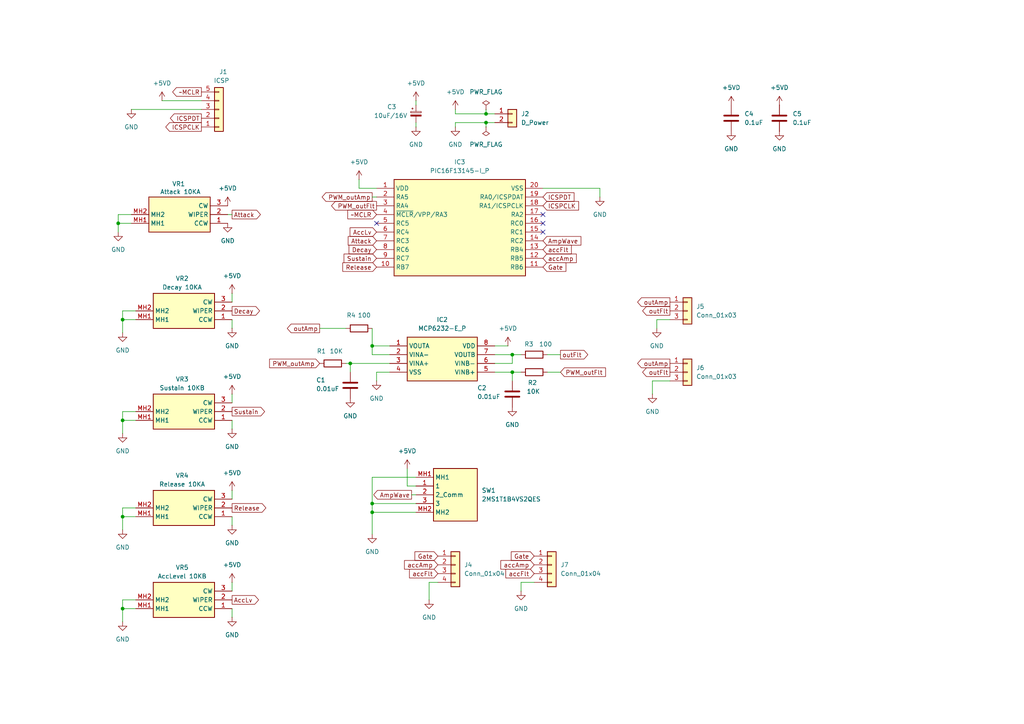
<source format=kicad_sch>
(kicad_sch (version 20231120) (generator "eeschema") (generator_version "8.0")
  (paper "A4")
  (lib_symbols
    (symbol "Connector_Generic:Conn_01x02" (pin_names (offset 1.016) hide)
      (property "Reference" "J" (at 0 2.54 0))
      (property "Value" "Conn_01x02" (at 0 -5.08 0))
      (symbol "Conn_01x02_1_1"
        (rectangle (start -1.27 -2.413) (end 0 -2.667) (stroke (width 0.1524)))
        (rectangle (start -1.27 0.127) (end 0 -0.127) (stroke (width 0.1524)))
        (rectangle (start -1.27 1.27) (end 1.27 -3.81) (stroke (width 0.254)) (fill (type background)))
        (pin passive line (at -5.08 0 0) (length 3.81) (name "Pin_1") (number "1"))
        (pin passive line (at -5.08 -2.54 0) (length 3.81) (name "Pin_2") (number "2"))
      )
    )
    (symbol "Connector_Generic:Conn_01x03" (pin_names (offset 1.016) hide)
      (property "Reference" "J" (at 0 5.08 0))
      (property "Value" "Conn_01x03" (at 0 -5.08 0))
      (symbol "Conn_01x03_1_1"
        (rectangle (start -1.27 -2.413) (end 0 -2.667) (stroke (width 0.1524)))
        (rectangle (start -1.27 0.127) (end 0 -0.127) (stroke (width 0.1524)))
        (rectangle (start -1.27 2.667) (end 0 2.413) (stroke (width 0.1524)))
        (rectangle (start -1.27 3.81) (end 1.27 -3.81) (stroke (width 0.254)) (fill (type background)))
        (pin passive line (at -5.08 2.54 0) (length 3.81) (name "Pin_1") (number "1"))
        (pin passive line (at -5.08 0 0) (length 3.81) (name "Pin_2") (number "2"))
        (pin passive line (at -5.08 -2.54 0) (length 3.81) (name "Pin_3") (number "3"))
      )
    )
    (symbol "Connector_Generic:Conn_01x04" (pin_names (offset 1.016) hide)
      (property "Reference" "J" (at 0 5.08 0))
      (property "Value" "Conn_01x04" (at 0 -7.62 0))
      (symbol "Conn_01x04_1_1"
        (rectangle (start -1.27 -4.953) (end 0 -5.207) (stroke (width 0.1524)))
        (rectangle (start -1.27 -2.413) (end 0 -2.667) (stroke (width 0.1524)))
        (rectangle (start -1.27 0.127) (end 0 -0.127) (stroke (width 0.1524)))
        (rectangle (start -1.27 2.667) (end 0 2.413) (stroke (width 0.1524)))
        (rectangle (start -1.27 3.81) (end 1.27 -6.35) (stroke (width 0.254)) (fill (type background)))
        (pin passive line (at -5.08 2.54 0) (length 3.81) (name "Pin_1") (number "1"))
        (pin passive line (at -5.08 0 0) (length 3.81) (name "Pin_2") (number "2"))
        (pin passive line (at -5.08 -2.54 0) (length 3.81) (name "Pin_3") (number "3"))
        (pin passive line (at -5.08 -5.08 0) (length 3.81) (name "Pin_4") (number "4"))
      )
    )
    (symbol "Connector_Generic:Conn_01x05" (pin_names (offset 1.016) hide)
      (property "Reference" "J" (at 0 7.62 0))
      (property "Value" "Conn_01x05" (at 0 -7.62 0))
      (symbol "Conn_01x05_1_1"
        (rectangle (start -1.27 -4.953) (end 0 -5.207) (stroke (width 0.1524)))
        (rectangle (start -1.27 -2.413) (end 0 -2.667) (stroke (width 0.1524)))
        (rectangle (start -1.27 0.127) (end 0 -0.127) (stroke (width 0.1524)))
        (rectangle (start -1.27 2.667) (end 0 2.413) (stroke (width 0.1524)))
        (rectangle (start -1.27 5.207) (end 0 4.953) (stroke (width 0.1524)))
        (rectangle (start -1.27 6.35) (end 1.27 -6.35) (stroke (width 0.254)) (fill (type background)))
        (pin passive line (at -5.08 5.08 0) (length 3.81) (name "Pin_1") (number "1"))
        (pin passive line (at -5.08 2.54 0) (length 3.81) (name "Pin_2") (number "2"))
        (pin passive line (at -5.08 0 0) (length 3.81) (name "Pin_3") (number "3"))
        (pin passive line (at -5.08 -2.54 0) (length 3.81) (name "Pin_4") (number "4"))
        (pin passive line (at -5.08 -5.08 0) (length 3.81) (name "Pin_5") (number "5"))
      )
    )
    (symbol "Device:C" (pin_numbers hide) (pin_names (offset 0.254))
      (property "Reference" "C" (at 0.635 2.54 0))
      (property "Value" "C" (at 0.635 -2.54 0))
      (symbol "C_0_1"
        (polyline (pts (xy -2.032 -0.762) (xy 2.032 -0.762)) (stroke (width 0.508)))
        (polyline (pts (xy -2.032 0.762) (xy 2.032 0.762)) (stroke (width 0.508)))
      )
      (symbol "C_1_1"
        (pin passive line (at 0 3.81 270) (length 2.794) (name "~") (number "1"))
        (pin passive line (at 0 -3.81 90) (length 2.794) (name "~") (number "2"))
      )
    )
    (symbol "Device:C_Polarized_Small" (pin_numbers hide) (pin_names (offset 0.254) hide)
      (property "Reference" "C" (at 0.254 1.778 0))
      (property "Value" "C_Polarized_Small" (at 0.254 -2.032 0))
      (symbol "C_Polarized_Small_0_1"
        (rectangle (start -1.524 -0.3048) (end 1.524 -0.6858) (fill (type outline)))
        (rectangle (start -1.524 0.6858) (end 1.524 0.3048))
        (polyline (pts (xy -1.27 1.524) (xy -0.762 1.524)))
        (polyline (pts (xy -1.016 1.27) (xy -1.016 1.778)))
      )
      (symbol "C_Polarized_Small_1_1"
        (pin passive line (at 0 2.54 270) (length 1.8542) (name "~") (number "1"))
        (pin passive line (at 0 -2.54 90) (length 1.8542) (name "~") (number "2"))
      )
    )
    (symbol "Device:R" (pin_numbers hide) (pin_names (offset 0))
      (property "Reference" "R" (at 2.032 0 90))
      (property "Value" "R" (at 0 0 90))
      (symbol "R_0_1"
        (rectangle (start -1.016 -2.54) (end 1.016 2.54) (stroke (width 0.254)))
      )
      (symbol "R_1_1"
        (pin passive line (at 0 3.81 270) (length 1.27) (name "~") (number "1"))
        (pin passive line (at 0 -3.81 90) (length 1.27) (name "~") (number "2"))
      )
    )
    (symbol "SamacSys_Parts:2MS1T1B4VS2QES"
      (property "Reference" "IC" (at 19.05 7.62 0))
      (property "Value" "2MS1T1B4VS2QES" (at 19.05 5.08 0))
      (symbol "2MS1T1B4VS2QES_1_1"
        (rectangle (start 5.08 2.54) (end 17.78 -12.7) (stroke (width 0.254)) (fill (type background)))
        (pin passive line (at 0 -2.54 0) (length 5.08) (name "1") (number "1"))
        (pin passive line (at 0 -5.08 0) (length 5.08) (name "2_Comm") (number "2"))
        (pin passive line (at 0 -7.62 0) (length 5.08) (name "3") (number "3"))
        (pin passive line (at 0 0 0) (length 5.08) (name "MH1") (number "MH1"))
        (pin passive line (at 0 -10.16 0) (length 5.08) (name "MH2") (number "MH2"))
      )
    )
    (symbol "SamacSys_Parts:MCP6232-E_P"
      (property "Reference" "IC" (at 26.67 7.62 0))
      (property "Value" "MCP6232-E_P" (at 26.67 5.08 0))
      (symbol "MCP6232-E_P_1_1"
        (rectangle (start 5.08 2.54) (end 25.4 -10.16) (stroke (width 0.254)) (fill (type background)))
        (pin passive line (at 0 0 0) (length 5.08) (name "VOUTA") (number "1"))
        (pin passive line (at 0 -2.54 0) (length 5.08) (name "VINA-") (number "2"))
        (pin passive line (at 0 -5.08 0) (length 5.08) (name "VINA+") (number "3"))
        (pin passive line (at 0 -7.62 0) (length 5.08) (name "VSS") (number "4"))
        (pin passive line (at 30.48 -7.62 180) (length 5.08) (name "VINB+") (number "5"))
        (pin passive line (at 30.48 -5.08 180) (length 5.08) (name "VINB-") (number "6"))
        (pin passive line (at 30.48 -2.54 180) (length 5.08) (name "VOUTB") (number "7"))
        (pin passive line (at 30.48 0 180) (length 5.08) (name "VDD") (number "8"))
      )
    )
    (symbol "SamacSys_Parts:PIC16F13145-I_P"
      (property "Reference" "IC" (at 44.45 7.62 0))
      (property "Value" "PIC16F13145-I_P" (at 44.45 5.08 0))
      (symbol "PIC16F13145-I_P_1_1"
        (rectangle (start 5.08 2.54) (end 43.18 -25.4) (stroke (width 0.254)) (fill (type background)))
        (pin passive line (at 0 0 0) (length 5.08) (name "VDD") (number "1"))
        (pin passive line (at 0 -22.86 0) (length 5.08) (name "RB7") (number "10"))
        (pin passive line (at 48.26 -22.86 180) (length 5.08) (name "RB6") (number "11"))
        (pin passive line (at 48.26 -20.32 180) (length 5.08) (name "RB5") (number "12"))
        (pin passive line (at 48.26 -17.78 180) (length 5.08) (name "RB4") (number "13"))
        (pin passive line (at 48.26 -15.24 180) (length 5.08) (name "RC2") (number "14"))
        (pin passive line (at 48.26 -12.7 180) (length 5.08) (name "RC1") (number "15"))
        (pin passive line (at 48.26 -10.16 180) (length 5.08) (name "RC0") (number "16"))
        (pin passive line (at 48.26 -7.62 180) (length 5.08) (name "RA2") (number "17"))
        (pin passive line (at 48.26 -5.08 180) (length 5.08) (name "RA1/ICSPCLK") (number "18"))
        (pin passive line (at 48.26 -2.54 180) (length 5.08) (name "RA0/ICSPDAT") (number "19"))
        (pin passive line (at 0 -2.54 0) (length 5.08) (name "RA5") (number "2"))
        (pin passive line (at 48.26 0 180) (length 5.08) (name "VSS") (number "20"))
        (pin passive line (at 0 -5.08 0) (length 5.08) (name "RA4") (number "3"))
        (pin passive line (at 0 -7.62 0) (length 5.08) (name "~{MCLR}/VPP/RA3") (number "4"))
        (pin passive line (at 0 -10.16 0) (length 5.08) (name "RC5") (number "5"))
        (pin passive line (at 0 -12.7 0) (length 5.08) (name "RC4") (number "6"))
        (pin passive line (at 0 -15.24 0) (length 5.08) (name "RC3") (number "7"))
        (pin passive line (at 0 -17.78 0) (length 5.08) (name "RC6") (number "8"))
        (pin passive line (at 0 -20.32 0) (length 5.08) (name "RC7") (number "9"))
      )
    )
    (symbol "SamacSys_Parts:RK09D117000B"
      (property "Reference" "VR" (at 24.13 7.62 0))
      (property "Value" "RK09D117000B" (at 24.13 5.08 0))
      (symbol "RK09D117000B_1_1"
        (rectangle (start 5.08 2.54) (end 22.86 -7.62) (stroke (width 0.254)) (fill (type background)))
        (pin passive line (at 0 0 0) (length 5.08) (name "CCW") (number "1"))
        (pin passive line (at 0 -2.54 0) (length 5.08) (name "WIPER") (number "2"))
        (pin passive line (at 0 -5.08 0) (length 5.08) (name "CW") (number "3"))
        (pin passive line (at 27.94 0 180) (length 5.08) (name "MH1") (number "MH1"))
        (pin passive line (at 27.94 -2.54 180) (length 5.08) (name "MH2") (number "MH2"))
      )
    )
    (symbol "power:+5VD" (power) (pin_numbers hide) (pin_names (offset 0) hide)
      (property "Value" "+5VD" (at 0 3.556 0))
      (symbol "+5VD_0_1"
        (polyline (pts (xy -0.762 1.27) (xy 0 2.54)))
        (polyline (pts (xy 0 0) (xy 0 2.54)))
        (polyline (pts (xy 0 2.54) (xy 0.762 1.27)))
      )
      (symbol "+5VD_1_1"
        (pin power_in line (at 0 0 90) (length 0) (name "~") (number "1"))
      )
    )
    (symbol "power:GND" (power) (pin_numbers hide) (pin_names (offset 0) hide)
      (property "Value" "GND" (at 0 -3.81 0))
      (symbol "GND_0_1"
        (polyline (pts (xy 0 0) (xy 0 -1.27) (xy 1.27 -1.27) (xy 0 -2.54) (xy -1.27 -1.27) (xy 0 -1.27)))
      )
      (symbol "GND_1_1"
        (pin power_in line (at 0 0 270) (length 0) (name "~") (number "1"))
      )
    )
    (symbol "power:PWR_FLAG" (power) (pin_numbers hide) (pin_names (offset 0) hide)
      (property "Value" "PWR_FLAG" (at 0 3.81 0))
      (symbol "PWR_FLAG_0_0"
        (pin power_out line (at 0 0 90) (length 0) (name "~") (number "1"))
      )
      (symbol "PWR_FLAG_0_1"
        (polyline (pts (xy 0 0) (xy 0 1.27) (xy -1.016 1.905) (xy 0 2.54) (xy 1.016 1.905) (xy 0 1.27)))
      )
    )
  )
  (junction (at 34.29 64.77))
  (junction (at 35.56 176.53))
  (junction (at 140.97 33.02))
  (junction (at 35.56 149.86))
  (junction (at 107.95 100.33))
  (junction (at 140.97 35.56))
  (junction (at 148.59 107.95))
  (junction (at 148.59 102.87))
  (junction (at 35.56 92.71))
  (junction (at 107.95 146.05))
  (junction (at 35.56 121.92))
  (junction (at 107.95 148.59))
  (junction (at 101.6 105.41))
  (no_connect (at 157.48 62.23))
  (no_connect (at 157.48 67.31))
  (no_connect (at 109.22 64.77))
  (no_connect (at 157.48 64.77))
  (wire (pts (xy 162.56 107.95) (xy 158.75 107.95)))
  (wire (pts (xy 39.37 176.53) (xy 35.56 176.53)))
  (wire (pts (xy 119.38 143.51) (xy 120.65 143.51)))
  (wire (pts (xy 35.56 119.38) (xy 35.56 121.92)))
  (wire (pts (xy 151.13 102.87) (xy 148.59 102.87)))
  (wire (pts (xy 140.97 35.56) (xy 132.08 35.56)))
  (wire (pts (xy 113.03 102.87) (xy 107.95 102.87)))
  (wire (pts (xy 107.95 100.33) (xy 113.03 100.33)))
  (wire (pts (xy 173.99 57.15) (xy 173.99 54.61)))
  (wire (pts (xy 100.33 105.41) (xy 101.6 105.41)))
  (wire (pts (xy 132.08 33.02) (xy 132.08 31.75)))
  (wire (pts (xy 101.6 105.41) (xy 113.03 105.41)))
  (wire (pts (xy 132.08 35.56) (xy 132.08 36.83)))
  (wire (pts (xy 107.95 146.05) (xy 107.95 148.59)))
  (wire (pts (xy 148.59 102.87) (xy 143.51 102.87)))
  (wire (pts (xy 124.46 168.91) (xy 127 168.91)))
  (wire (pts (xy 190.5 92.71) (xy 194.31 92.71)))
  (wire (pts (xy 39.37 147.32) (xy 35.56 147.32)))
  (wire (pts (xy 143.51 105.41) (xy 148.59 105.41)))
  (wire (pts (xy 190.5 92.71) (xy 190.5 95.25)))
  (wire (pts (xy 148.59 107.95) (xy 148.59 110.49)))
  (wire (pts (xy 189.23 110.49) (xy 189.23 114.3)))
  (wire (pts (xy 39.37 121.92) (xy 35.56 121.92)))
  (wire (pts (xy 162.56 102.87) (xy 158.75 102.87)))
  (wire (pts (xy 35.56 176.53) (xy 35.56 180.34)))
  (wire (pts (xy 109.22 54.61) (xy 104.14 54.61)))
  (wire (pts (xy 67.31 142.24) (xy 67.31 144.78)))
  (wire (pts (xy 140.97 36.83) (xy 140.97 35.56)))
  (wire (pts (xy 39.37 173.99) (xy 35.56 173.99)))
  (wire (pts (xy 124.46 173.99) (xy 124.46 168.91)))
  (wire (pts (xy 107.95 102.87) (xy 107.95 100.33)))
  (wire (pts (xy 39.37 149.86) (xy 35.56 149.86)))
  (wire (pts (xy 143.51 33.02) (xy 140.97 33.02)))
  (wire (pts (xy 39.37 92.71) (xy 35.56 92.71)))
  (wire (pts (xy 34.29 62.23) (xy 34.29 64.77)))
  (wire (pts (xy 38.1 64.77) (xy 34.29 64.77)))
  (wire (pts (xy 35.56 121.92) (xy 35.56 125.73)))
  (wire (pts (xy 67.31 85.09) (xy 67.31 87.63)))
  (wire (pts (xy 67.31 92.71) (xy 67.31 95.25)))
  (wire (pts (xy 107.95 146.05) (xy 120.65 146.05)))
  (wire (pts (xy 107.95 138.43) (xy 107.95 146.05)))
  (wire (pts (xy 35.56 147.32) (xy 35.56 149.86)))
  (wire (pts (xy 120.65 140.97) (xy 118.11 140.97)))
  (wire (pts (xy 107.95 95.25) (xy 107.95 100.33)))
  (wire (pts (xy 143.51 100.33) (xy 147.32 100.33)))
  (wire (pts (xy 140.97 33.02) (xy 132.08 33.02)))
  (wire (pts (xy 107.95 138.43) (xy 120.65 138.43)))
  (wire (pts (xy 101.6 105.41) (xy 101.6 107.95)))
  (wire (pts (xy 38.1 62.23) (xy 34.29 62.23)))
  (wire (pts (xy 148.59 107.95) (xy 151.13 107.95)))
  (wire (pts (xy 109.22 107.95) (xy 109.22 110.49)))
  (wire (pts (xy 120.65 36.83) (xy 120.65 35.56)))
  (wire (pts (xy 46.99 29.21) (xy 58.42 29.21)))
  (wire (pts (xy 67.31 168.91) (xy 67.31 171.45)))
  (wire (pts (xy 151.13 171.45) (xy 151.13 168.91)))
  (wire (pts (xy 140.97 31.75) (xy 140.97 33.02)))
  (wire (pts (xy 39.37 90.17) (xy 35.56 90.17)))
  (wire (pts (xy 118.11 140.97) (xy 118.11 135.89)))
  (wire (pts (xy 35.56 92.71) (xy 35.56 96.52)))
  (wire (pts (xy 109.22 57.15) (xy 107.95 57.15)))
  (wire (pts (xy 194.31 110.49) (xy 189.23 110.49)))
  (wire (pts (xy 38.1 31.75) (xy 58.42 31.75)))
  (wire (pts (xy 67.31 62.23) (xy 66.04 62.23)))
  (wire (pts (xy 35.56 149.86) (xy 35.56 153.67)))
  (wire (pts (xy 143.51 35.56) (xy 140.97 35.56)))
  (wire (pts (xy 92.71 95.25) (xy 100.33 95.25)))
  (wire (pts (xy 151.13 168.91) (xy 154.94 168.91)))
  (wire (pts (xy 67.31 149.86) (xy 67.31 152.4)))
  (wire (pts (xy 67.31 114.3) (xy 67.31 116.84)))
  (wire (pts (xy 157.48 54.61) (xy 173.99 54.61)))
  (wire (pts (xy 35.56 173.99) (xy 35.56 176.53)))
  (wire (pts (xy 34.29 64.77) (xy 34.29 67.31)))
  (wire (pts (xy 67.31 121.92) (xy 67.31 124.46)))
  (wire (pts (xy 67.31 176.53) (xy 67.31 179.07)))
  (wire (pts (xy 148.59 105.41) (xy 148.59 102.87)))
  (wire (pts (xy 104.14 54.61) (xy 104.14 52.07)))
  (wire (pts (xy 35.56 90.17) (xy 35.56 92.71)))
  (wire (pts (xy 143.51 107.95) (xy 148.59 107.95)))
  (wire (pts (xy 107.95 148.59) (xy 120.65 148.59)))
  (wire (pts (xy 120.65 29.21) (xy 120.65 30.48)))
  (wire (pts (xy 113.03 107.95) (xy 109.22 107.95)))
  (wire (pts (xy 107.95 148.59) (xy 107.95 154.94)))
  (wire (pts (xy 39.37 119.38) (xy 35.56 119.38)))
  (global_label "ICSPCLK" (shape output) (at 58.42 36.83 180) (property "Intersheetrefs" "${INTERSHEET_REFS}" (effects (hide yes))))
  (global_label "PWM_outAmp" (shape output) (at 107.95 57.15 180) (property "Intersheetrefs" "${INTERSHEET_REFS}" (effects (hide yes))))
  (global_label "Decay" (shape output) (at 67.31 90.17 0) (property "Intersheetrefs" "${INTERSHEET_REFS}" (effects (hide yes))))
  (global_label "outFlt" (shape output) (at 194.31 90.17 180) (property "Intersheetrefs" "${INTERSHEET_REFS}" (effects (hide yes))))
  (global_label "AmpWave" (shape input) (at 157.48 69.85 0) (property "Intersheetrefs" "${INTERSHEET_REFS}" (effects (hide yes))))
  (global_label "~MCLR" (shape output) (at 58.42 26.67 180) (property "Intersheetrefs" "${INTERSHEET_REFS}" (effects (hide yes))))
  (global_label "Gate" (shape input) (at 157.48 77.47 0) (property "Intersheetrefs" "${INTERSHEET_REFS}" (effects (hide yes))))
  (global_label "AccLv" (shape input) (at 109.22 67.31 180) (property "Intersheetrefs" "${INTERSHEET_REFS}" (effects (hide yes))))
  (global_label "AmpWave" (shape output) (at 119.38 143.51 180) (property "Intersheetrefs" "${INTERSHEET_REFS}" (effects (hide yes))))
  (global_label "Decay" (shape input) (at 109.22 72.39 180) (property "Intersheetrefs" "${INTERSHEET_REFS}" (effects (hide yes))))
  (global_label "PWM_outFlt" (shape input) (at 162.56 107.95 0) (property "Intersheetrefs" "${INTERSHEET_REFS}" (effects (hide yes))))
  (global_label "accFlt" (shape input) (at 127 166.37 180) (property "Intersheetrefs" "${INTERSHEET_REFS}" (effects (hide yes))))
  (global_label "PWM_outAmp" (shape input) (at 92.71 105.41 180) (property "Intersheetrefs" "${INTERSHEET_REFS}" (effects (hide yes))))
  (global_label "Release" (shape input) (at 109.22 77.47 180) (property "Intersheetrefs" "${INTERSHEET_REFS}" (effects (hide yes))))
  (global_label "outAmp" (shape output) (at 92.71 95.25 180) (property "Intersheetrefs" "${INTERSHEET_REFS}" (effects (hide yes))))
  (global_label "outFlt" (shape output) (at 162.56 102.87 0) (property "Intersheetrefs" "${INTERSHEET_REFS}" (effects (hide yes))))
  (global_label "ICSPCLK" (shape input) (at 157.48 59.69 0) (property "Intersheetrefs" "${INTERSHEET_REFS}" (effects (hide yes))))
  (global_label "Gate" (shape input) (at 127 161.29 180) (property "Intersheetrefs" "${INTERSHEET_REFS}" (effects (hide yes))))
  (global_label "Gate" (shape input) (at 154.94 161.29 180) (property "Intersheetrefs" "${INTERSHEET_REFS}" (effects (hide yes))))
  (global_label "outAmp" (shape output) (at 194.31 105.41 180) (property "Intersheetrefs" "${INTERSHEET_REFS}" (effects (hide yes))))
  (global_label "accFlt" (shape input) (at 154.94 166.37 180) (property "Intersheetrefs" "${INTERSHEET_REFS}" (effects (hide yes))))
  (global_label "PWM_outFlt" (shape output) (at 109.22 59.69 180) (property "Intersheetrefs" "${INTERSHEET_REFS}" (effects (hide yes))))
  (global_label "accAmp" (shape input) (at 154.94 163.83 180) (property "Intersheetrefs" "${INTERSHEET_REFS}" (effects (hide yes))))
  (global_label "Release" (shape output) (at 67.31 147.32 0) (property "Intersheetrefs" "${INTERSHEET_REFS}" (effects (hide yes))))
  (global_label "~MCLR" (shape input) (at 109.22 62.23 180) (property "Intersheetrefs" "${INTERSHEET_REFS}" (effects (hide yes))))
  (global_label "AccLv" (shape output) (at 67.31 173.99 0) (property "Intersheetrefs" "${INTERSHEET_REFS}" (effects (hide yes))))
  (global_label "accAmp" (shape input) (at 157.48 74.93 0) (property "Intersheetrefs" "${INTERSHEET_REFS}" (effects (hide yes))))
  (global_label "accFlt" (shape input) (at 157.48 72.39 0) (property "Intersheetrefs" "${INTERSHEET_REFS}" (effects (hide yes))))
  (global_label "accAmp" (shape input) (at 127 163.83 180) (property "Intersheetrefs" "${INTERSHEET_REFS}" (effects (hide yes))))
  (global_label "Attack" (shape input) (at 109.22 69.85 180) (property "Intersheetrefs" "${INTERSHEET_REFS}" (effects (hide yes))))
  (global_label "ICSPDT" (shape input) (at 157.48 57.15 0) (property "Intersheetrefs" "${INTERSHEET_REFS}" (effects (hide yes))))
  (global_label "outFlt" (shape output) (at 194.31 107.95 180) (property "Intersheetrefs" "${INTERSHEET_REFS}" (effects (hide yes))))
  (global_label "ICSPDT" (shape output) (at 58.42 34.29 180) (property "Intersheetrefs" "${INTERSHEET_REFS}" (effects (hide yes))))
  (global_label "Sustain" (shape output) (at 67.31 119.38 0) (property "Intersheetrefs" "${INTERSHEET_REFS}" (effects (hide yes))))
  (global_label "Attack" (shape output) (at 67.31 62.23 0) (property "Intersheetrefs" "${INTERSHEET_REFS}" (effects (hide yes))))
  (global_label "outAmp" (shape output) (at 194.31 87.63 180) (property "Intersheetrefs" "${INTERSHEET_REFS}" (effects (hide yes))))
  (global_label "Sustain" (shape input) (at 109.22 74.93 180) (property "Intersheetrefs" "${INTERSHEET_REFS}" (effects (hide yes))))
  (symbol (lib_id "power:GND") (at 226.06 38.1 0) (unit 1)
    (property "Reference" "#PWR037" (effects (hide yes)))
    (property "Value" "GND" (at 226.06 43.18 0))
    (property "Description" "Power symbol creates a global label with name \"GND\" , ground" (effects (hide yes)))
  )
  (symbol (lib_id "power:GND") (at 148.59 118.11 0) (unit 1)
    (property "Reference" "#PWR02" (effects (hide yes)))
    (property "Value" "GND" (at 148.59 123.19 0))
    (property "Description" "Power symbol creates a global label with name \"GND\" , ground" (effects (hide yes)))
  )
  (symbol (lib_id "power:+5VD") (at 67.31 142.24 0) (unit 1)
    (property "Reference" "#PWR019" (effects (hide yes)))
    (property "Value" "+5VD" (at 67.31 137.16 0))
    (property "Description" "Power symbol creates a global label with name \"+5VD\"" (effects (hide yes)))
  )
  (symbol (lib_id "power:PWR_FLAG") (at 140.97 36.83 180) (unit 1)
    (property "Reference" "#FLG02" (effects (hide yes)))
    (property "Value" "PWR_FLAG" (at 140.97 41.91 0))
    (property "Description" "Special symbol for telling ERC where power comes from" (effects (hide yes)))
  )
  (symbol (lib_id "power:GND") (at 34.29 67.31 0) (unit 1)
    (property "Reference" "#PWR09" (effects (hide yes)))
    (property "Value" "GND" (at 34.29 72.39 0))
    (property "Description" "Power symbol creates a global label with name \"GND\" , ground" (effects (hide yes)))
  )
  (symbol (lib_id "Device:C_Polarized_Small") (at 120.65 33.02 0) (unit 1)
    (property "Reference" "C3" (at 112.268 30.988 0) (effects (justify left)))
    (property "Value" "10uF/16V" (at 108.458 33.528 0) (effects (justify left)))
    (property "Footprint" "Capacitor_THT:CP_Radial_D5.0mm_P2.50mm" (effects (hide yes)))
    (property "Description" "Polarized capacitor, small symbol" (effects (hide yes)))
  )
  (symbol (lib_id "power:+5VD") (at 132.08 31.75 0) (unit 1)
    (property "Reference" "#PWR023" (effects (hide yes)))
    (property "Value" "+5VD" (at 132.08 26.67 0))
    (property "Description" "Power symbol creates a global label with name \"+5VD\"" (effects (hide yes)))
  )
  (symbol (lib_id "power:GND") (at 107.95 154.94 0) (unit 1)
    (property "Reference" "#PWR031" (effects (hide yes)))
    (property "Value" "GND" (at 107.95 160.02 0))
    (property "Description" "Power symbol creates a global label with name \"GND\" , ground" (effects (hide yes)))
  )
  (symbol (lib_id "SamacSys_Parts:RK09D117000B") (at 67.31 149.86 180) (unit 1)
    (property "Reference" "VR4" (at 52.832 137.922 0))
    (property "Value" "Release 10KA" (at 52.832 140.462 0))
    (property "Footprint" "SamacSys_Parts:RK09D117000B" (effects (hide yes)))
    (property "Datasheet" "https://tech.alpsalpine.com/prod/j/html/potentiometer/rotarypotentiometers/rk09k/rk09d117000b.html" (effects (hide yes)))
    (property "Description" "9-inch insulated shaft snap-in type RK09K/RK09D series" (effects (hide yes)))
    (property "Height" "30" (effects (hide yes)))
    (property "Manufacturer_Name" "ALPS Electric" (effects (hide yes)))
    (property "Manufacturer_Part_Number" "RK09D117000B" (effects (hide yes)))
    (property "Mouser Part Number" "688-RK09D117000B" (effects (hide yes)))
    (property "Mouser Price/Stock" "https://www.mouser.co.uk/ProductDetail/Alps-Alpine/RK09D117000B?qs=3cOf6TWd2rbc67829PEbEQ%3D%3D" (effects (hide yes)))
  )
  (symbol (lib_id "power:+5VD") (at 67.31 168.91 0) (unit 1)
    (property "Reference" "#PWR08" (effects (hide yes)))
    (property "Value" "+5VD" (at 67.31 163.83 0))
    (property "Description" "Power symbol creates a global label with name \"+5VD\"" (effects (hide yes)))
  )
  (symbol (lib_id "Device:R") (at 154.94 107.95 90) (unit 1)
    (property "Reference" "R2" (at 154.432 110.998 90))
    (property "Value" "10K" (at 154.686 113.538 90))
    (property "Footprint" "Resistor_THT:R_Axial_DIN0204_L3.6mm_D1.6mm_P2.54mm_Vertical" (effects (hide yes)))
    (property "Description" "Resistor" (effects (hide yes)))
  )
  (symbol (lib_id "Connector_Generic:Conn_01x05") (at 63.5 31.75 0) (mirror x) (unit 1)
    (property "Reference" "J1" (at 64.77 20.828 0))
    (property "Value" "ICSP" (at 64.262 23.368 0))
    (property "Footprint" "Connector_PinHeader_2.54mm:PinHeader_1x05_P2.54mm_Horizontal" (effects (hide yes)))
    (property "Description" "Generic connector, single row, 01x05, script generated (kicad-library-utils/schlib/autogen/connector/)" (effects (hide yes)))
  )
  (symbol (lib_id "power:GND") (at 66.04 64.77 0) (mirror y) (unit 1)
    (property "Reference" "#PWR012" (effects (hide yes)))
    (property "Value" "GND" (at 66.04 69.85 0))
    (property "Description" "Power symbol creates a global label with name \"GND\" , ground" (effects (hide yes)))
  )
  (symbol (lib_id "Connector_Generic:Conn_01x04") (at 160.02 163.83 0) (unit 1)
    (property "Reference" "J7" (at 162.56 163.8299 0) (effects (justify left)))
    (property "Value" "Conn_01x04" (at 162.56 166.3699 0) (effects (justify left)))
    (property "Footprint" "Connector_PinHeader_2.54mm:PinHeader_1x04_P2.54mm_Vertical" (effects (hide yes)))
    (property "Description" "Generic connector, single row, 01x04, script generated (kicad-library-utils/schlib/autogen/connector/)" (effects (hide yes)))
  )
  (symbol (lib_id "power:+5VD") (at 67.31 114.3 0) (unit 1)
    (property "Reference" "#PWR016" (effects (hide yes)))
    (property "Value" "+5VD" (at 67.31 109.22 0))
    (property "Description" "Power symbol creates a global label with name \"+5VD\"" (effects (hide yes)))
  )
  (symbol (lib_id "Connector_Generic:Conn_01x03") (at 199.39 90.17 0) (unit 1)
    (property "Reference" "J5" (at 201.93 88.8999 0) (effects (justify left)))
    (property "Value" "Conn_01x03" (at 201.93 91.4399 0) (effects (justify left)))
    (property "Footprint" "Connector_PinHeader_2.54mm:PinHeader_1x03_P2.54mm_Vertical" (effects (hide yes)))
    (property "Description" "Generic connector, single row, 01x03, script generated (kicad-library-utils/schlib/autogen/connector/)" (effects (hide yes)))
  )
  (symbol (lib_id "power:GND") (at 67.31 124.46 0) (unit 1)
    (property "Reference" "#PWR017" (effects (hide yes)))
    (property "Value" "GND" (at 67.31 129.54 0))
    (property "Description" "Power symbol creates a global label with name \"GND\" , ground" (effects (hide yes)))
  )
  (symbol (lib_id "power:+5VD") (at 46.99 29.21 0) (mirror y) (unit 1)
    (property "Reference" "#PWR06" (effects (hide yes)))
    (property "Value" "+5VD" (at 46.99 24.13 0))
    (property "Description" "Power symbol creates a global label with name \"+5VD\"" (effects (hide yes)))
  )
  (symbol (lib_id "SamacSys_Parts:2MS1T1B4VS2QES") (at 120.65 138.43 0) (unit 1)
    (property "Reference" "SW1" (at 139.7 142.2399 0) (effects (justify left)))
    (property "Value" "2MS1T1B4VS2QES" (at 139.7 144.7799 0) (effects (justify left)))
    (property "Footprint" "2MS1T1B4VS2QES" (effects (hide yes)))
    (property "Datasheet" "https://akizukidenshi.com/download/ds/cosland/2MS1-T1-B4-VS2-Q-E-S.pdf" (effects (hide yes)))
    (property "Description" "Toggle Switches" (effects (hide yes)))
    (property "Height" "23.61" (effects (hide yes)))
    (property "Manufacturer_Name" "Dailywell" (effects (hide yes)))
    (property "Manufacturer_Part_Number" "2MS1T1B4VS2QES" (effects (hide yes)))
    (property "Mouser Part Number" "N/A" (effects (hide yes)))
    (property "Mouser Price/Stock" "https://www.mouser.co.uk/ProductDetail/Dailywell/2MS1T1B4VS2QES?qs=Zz7%252BYVVL6bHHqAn5ycuDAQ%3D%3D" (effects (hide yes)))
  )
  (symbol (lib_id "power:GND") (at 101.6 115.57 0) (unit 1)
    (property "Reference" "#PWR01" (effects (hide yes)))
    (property "Value" "GND" (at 101.6 120.65 0))
    (property "Description" "Power symbol creates a global label with name \"GND\" , ground" (effects (hide yes)))
  )
  (symbol (lib_id "SamacSys_Parts:RK09D117000B") (at 67.31 176.53 180) (unit 1)
    (property "Reference" "VR5" (at 52.832 164.592 0))
    (property "Value" "AccLevel 10KB" (at 52.832 167.132 0))
    (property "Footprint" "SamacSys_Parts:RK09D117000B" (effects (hide yes)))
    (property "Datasheet" "https://tech.alpsalpine.com/prod/j/html/potentiometer/rotarypotentiometers/rk09k/rk09d117000b.html" (effects (hide yes)))
    (property "Description" "9-inch insulated shaft snap-in type RK09K/RK09D series" (effects (hide yes)))
    (property "Height" "30" (effects (hide yes)))
    (property "Manufacturer_Name" "ALPS Electric" (effects (hide yes)))
    (property "Manufacturer_Part_Number" "RK09D117000B" (effects (hide yes)))
    (property "Mouser Part Number" "688-RK09D117000B" (effects (hide yes)))
    (property "Mouser Price/Stock" "https://www.mouser.co.uk/ProductDetail/Alps-Alpine/RK09D117000B?qs=3cOf6TWd2rbc67829PEbEQ%3D%3D" (effects (hide yes)))
  )
  (symbol (lib_id "power:+5VD") (at 104.14 52.07 0) (unit 1)
    (property "Reference" "#PWR027" (effects (hide yes)))
    (property "Value" "+5VD" (at 104.14 46.99 0))
    (property "Description" "Power symbol creates a global label with name \"+5VD\"" (effects (hide yes)))
  )
  (symbol (lib_id "SamacSys_Parts:RK09D117000B") (at 67.31 121.92 180) (unit 1)
    (property "Reference" "VR3" (at 52.832 109.982 0))
    (property "Value" "Sustain 10KB" (at 52.832 112.522 0))
    (property "Footprint" "SamacSys_Parts:RK09D117000B" (effects (hide yes)))
    (property "Datasheet" "https://tech.alpsalpine.com/prod/j/html/potentiometer/rotarypotentiometers/rk09k/rk09d117000b.html" (effects (hide yes)))
    (property "Description" "9-inch insulated shaft snap-in type RK09K/RK09D series" (effects (hide yes)))
    (property "Height" "30" (effects (hide yes)))
    (property "Manufacturer_Name" "ALPS Electric" (effects (hide yes)))
    (property "Manufacturer_Part_Number" "RK09D117000B" (effects (hide yes)))
    (property "Mouser Part Number" "688-RK09D117000B" (effects (hide yes)))
    (property "Mouser Price/Stock" "https://www.mouser.co.uk/ProductDetail/Alps-Alpine/RK09D117000B?qs=3cOf6TWd2rbc67829PEbEQ%3D%3D" (effects (hide yes)))
  )
  (symbol (lib_id "power:+5VD") (at 118.11 135.89 0) (unit 1)
    (property "Reference" "#PWR032" (effects (hide yes)))
    (property "Value" "+5VD" (at 118.11 130.81 0))
    (property "Description" "Power symbol creates a global label with name \"+5VD\"" (effects (hide yes)))
  )
  (symbol (lib_id "SamacSys_Parts:MCP6232-E_P") (at 113.03 100.33 0) (unit 1)
    (property "Reference" "IC2" (at 128.27 92.71 0))
    (property "Value" "MCP6232-E_P" (at 128.27 95.25 0))
    (property "Footprint" "DIP781W56P254L950H533Q8N" (effects (hide yes)))
    (property "Datasheet" "https://datasheet.datasheetarchive.com/originals/dk/DKDS41/DSANUWW0026474.pdf" (effects (hide yes)))
    (property "Description" "Microchip MCP6232-E/P, Dual Op Amp, 0.3MHz CMOS, Rail to Rail, 3 V, 5 V, 8-Pin PDIP" (effects (hide yes)))
    (property "Height" "5.334" (effects (hide yes)))
    (property "Manufacturer_Name" "Microchip" (effects (hide yes)))
    (property "Manufacturer_Part_Number" "MCP6232-E/P" (effects (hide yes)))
    (property "Mouser Part Number" "579-MCP6232-E/P" (effects (hide yes)))
    (property "Mouser Price/Stock" "https://www.mouser.co.uk/ProductDetail/Microchip-Technology-Atmel/MCP6232-E-P?qs=YUl711QUJY1BDhCAUqTrLQ%3D%3D" (effects (hide yes)))
    (property "Arrow Part Number" "MCP6232-E/P" (effects (hide yes)))
    (property "Arrow Price/Stock" "https://www.arrow.com/en/products/mcp6232-ep/microchip-technology?region=nac" (effects (hide yes)))
  )
  (symbol (lib_id "power:GND") (at 38.1 31.75 0) (unit 1)
    (property "Reference" "#PWR05" (effects (hide yes)))
    (property "Value" "GND" (at 38.1 36.83 0))
    (property "Description" "Power symbol creates a global label with name \"GND\" , ground" (effects (hide yes)))
  )
  (symbol (lib_id "power:+5VD") (at 226.06 30.48 0) (unit 1)
    (property "Reference" "#PWR036" (effects (hide yes)))
    (property "Value" "+5VD" (at 226.06 25.4 0))
    (property "Description" "Power symbol creates a global label with name \"+5VD\"" (effects (hide yes)))
  )
  (symbol (lib_id "power:GND") (at 189.23 114.3 0) (unit 1)
    (property "Reference" "#PWR029" (effects (hide yes)))
    (property "Value" "GND" (at 189.23 119.38 0))
    (property "Description" "Power symbol creates a global label with name \"GND\" , ground" (effects (hide yes)))
  )
  (symbol (lib_id "power:GND") (at 35.56 180.34 0) (unit 1)
    (property "Reference" "#PWR07" (effects (hide yes)))
    (property "Value" "GND" (at 35.56 185.42 0))
    (property "Description" "Power symbol creates a global label with name \"GND\" , ground" (effects (hide yes)))
  )
  (symbol (lib_id "Device:C") (at 101.6 111.76 0) (unit 1)
    (property "Reference" "C1" (at 91.694 110.236 0) (effects (justify left)))
    (property "Value" "0.01uF" (at 91.694 112.776 0) (effects (justify left)))
    (property "Footprint" "Capacitor_THT:C_Disc_D3.4mm_W2.1mm_P2.50mm" (effects (hide yes)))
    (property "Description" "Unpolarized capacitor" (effects (hide yes)))
  )
  (symbol (lib_id "power:+5VD") (at 66.04 59.69 0) (mirror y) (unit 1)
    (property "Reference" "#PWR011" (effects (hide yes)))
    (property "Value" "+5VD" (at 66.04 54.61 0))
    (property "Description" "Power symbol creates a global label with name \"+5VD\"" (effects (hide yes)))
  )
  (symbol (lib_id "SamacSys_Parts:RK09D117000B") (at 66.04 64.77 180) (unit 1)
    (property "Reference" "VR1" (at 51.816 53.34 0))
    (property "Value" "Attack 10KA" (at 52.324 55.626 0))
    (property "Footprint" "SamacSys_Parts:RK09D117000B" (effects (hide yes)))
    (property "Datasheet" "https://tech.alpsalpine.com/prod/j/html/potentiometer/rotarypotentiometers/rk09k/rk09d117000b.html" (effects (hide yes)))
    (property "Description" "9-inch insulated shaft snap-in type RK09K/RK09D series" (effects (hide yes)))
    (property "Height" "30" (effects (hide yes)))
    (property "Manufacturer_Name" "ALPS Electric" (effects (hide yes)))
    (property "Manufacturer_Part_Number" "RK09D117000B" (effects (hide yes)))
    (property "Mouser Part Number" "688-RK09D117000B" (effects (hide yes)))
    (property "Mouser Price/Stock" "https://www.mouser.co.uk/ProductDetail/Alps-Alpine/RK09D117000B?qs=3cOf6TWd2rbc67829PEbEQ%3D%3D" (effects (hide yes)))
  )
  (symbol (lib_id "power:GND") (at 67.31 179.07 0) (unit 1)
    (property "Reference" "#PWR028" (effects (hide yes)))
    (property "Value" "GND" (at 67.31 184.15 0))
    (property "Description" "Power symbol creates a global label with name \"GND\" , ground" (effects (hide yes)))
  )
  (symbol (lib_id "Device:C") (at 212.09 34.29 0) (unit 1)
    (property "Reference" "C4" (at 215.9 33.0199 0) (effects (justify left)))
    (property "Value" "0.1uF" (at 215.9 35.5599 0) (effects (justify left)))
    (property "Footprint" "Capacitor_SMD:C_0805_2012Metric_Pad1.18x1.45mm_HandSolder" (effects (hide yes)))
    (property "Description" "Unpolarized capacitor" (effects (hide yes)))
  )
  (symbol (lib_id "power:GND") (at 67.31 152.4 0) (unit 1)
    (property "Reference" "#PWR020" (effects (hide yes)))
    (property "Value" "GND" (at 67.31 157.48 0))
    (property "Description" "Power symbol creates a global label with name \"GND\" , ground" (effects (hide yes)))
  )
  (symbol (lib_id "power:GND") (at 132.08 36.83 0) (unit 1)
    (property "Reference" "#PWR024" (effects (hide yes)))
    (property "Value" "GND" (at 132.08 41.91 0))
    (property "Description" "Power symbol creates a global label with name \"GND\" , ground" (effects (hide yes)))
  )
  (symbol (lib_id "power:GND") (at 190.5 95.25 0) (unit 1)
    (property "Reference" "#PWR025" (effects (hide yes)))
    (property "Value" "GND" (at 190.5 100.33 0))
    (property "Description" "Power symbol creates a global label with name \"GND\" , ground" (effects (hide yes)))
  )
  (symbol (lib_id "power:GND") (at 120.65 36.83 0) (unit 1)
    (property "Reference" "#PWR022" (effects (hide yes)))
    (property "Value" "GND" (at 120.65 41.91 0))
    (property "Description" "Power symbol creates a global label with name \"GND\" , ground" (effects (hide yes)))
  )
  (symbol (lib_id "power:+5VD") (at 120.65 29.21 0) (unit 1)
    (property "Reference" "#PWR021" (effects (hide yes)))
    (property "Value" "+5VD" (at 120.65 24.13 0))
    (property "Description" "Power symbol creates a global label with name \"+5VD\"" (effects (hide yes)))
  )
  (symbol (lib_id "power:GND") (at 35.56 153.67 0) (unit 1)
    (property "Reference" "#PWR018" (effects (hide yes)))
    (property "Value" "GND" (at 35.56 158.75 0))
    (property "Description" "Power symbol creates a global label with name \"GND\" , ground" (effects (hide yes)))
  )
  (symbol (lib_id "power:PWR_FLAG") (at 140.97 31.75 0) (unit 1)
    (property "Reference" "#FLG01" (effects (hide yes)))
    (property "Value" "PWR_FLAG" (at 140.97 26.67 0))
    (property "Description" "Special symbol for telling ERC where power comes from" (effects (hide yes)))
  )
  (symbol (lib_id "SamacSys_Parts:RK09D117000B") (at 67.31 92.71 180) (unit 1)
    (property "Reference" "VR2" (at 52.832 80.772 0))
    (property "Value" "Decay 10KA" (at 52.832 83.312 0))
    (property "Footprint" "SamacSys_Parts:RK09D117000B" (effects (hide yes)))
    (property "Datasheet" "https://tech.alpsalpine.com/prod/j/html/potentiometer/rotarypotentiometers/rk09k/rk09d117000b.html" (effects (hide yes)))
    (property "Description" "9-inch insulated shaft snap-in type RK09K/RK09D series" (effects (hide yes)))
    (property "Height" "30" (effects (hide yes)))
    (property "Manufacturer_Name" "ALPS Electric" (effects (hide yes)))
    (property "Manufacturer_Part_Number" "RK09D117000B" (effects (hide yes)))
    (property "Mouser Part Number" "688-RK09D117000B" (effects (hide yes)))
    (property "Mouser Price/Stock" "https://www.mouser.co.uk/ProductDetail/Alps-Alpine/RK09D117000B?qs=3cOf6TWd2rbc67829PEbEQ%3D%3D" (effects (hide yes)))
  )
  (symbol (lib_id "power:GND") (at 35.56 125.73 0) (unit 1)
    (property "Reference" "#PWR015" (effects (hide yes)))
    (property "Value" "GND" (at 35.56 130.81 0))
    (property "Description" "Power symbol creates a global label with name \"GND\" , ground" (effects (hide yes)))
  )
  (symbol (lib_id "power:+5VD") (at 147.32 100.33 0) (unit 1)
    (property "Reference" "#PWR03" (effects (hide yes)))
    (property "Value" "+5VD" (at 147.32 95.25 0))
    (property "Description" "Power symbol creates a global label with name \"+5VD\"" (effects (hide yes)))
  )
  (symbol (lib_id "Connector_Generic:Conn_01x04") (at 132.08 163.83 0) (unit 1)
    (property "Reference" "J4" (at 134.62 163.8299 0) (effects (justify left)))
    (property "Value" "Conn_01x04" (at 134.62 166.3699 0) (effects (justify left)))
    (property "Footprint" "Connector_PinHeader_2.54mm:PinHeader_1x04_P2.54mm_Vertical" (effects (hide yes)))
    (property "Description" "Generic connector, single row, 01x04, script generated (kicad-library-utils/schlib/autogen/connector/)" (effects (hide yes)))
  )
  (symbol (lib_id "SamacSys_Parts:PIC16F13145-I_P") (at 109.22 54.61 0) (unit 1)
    (property "Reference" "IC3" (at 133.35 46.99 0))
    (property "Value" "PIC16F13145-I_P" (at 133.35 49.53 0))
    (property "Footprint" "DIP794W56P254L2591H533Q20N" (effects (hide yes)))
    (property "Datasheet" "https://www.mouser.com/datasheet/2/268/PIC16F13145_Family_Microcontroller_Data_Sheet_DS40-3400619.pdf" (effects (hide yes)))
    (property "Description" "8-bit Microcontrollers - MCU 14KB Flash, 1024B RAM, 10b ADC, 8b DAC, CLB, CLC, 2x PWM, 2x CCP, HLT, WWDT," (effects (hide yes)))
    (property "Height" "5.334" (effects (hide yes)))
    (property "Manufacturer_Name" "Microchip" (effects (hide yes)))
    (property "Manufacturer_Part_Number" "PIC16F13145-I/P" (effects (hide yes)))
    (property "Mouser Part Number" "579-PIC16F13145-I/P" (effects (hide yes)))
    (property "Mouser Price/Stock" "https://www.mouser.co.uk/ProductDetail/Microchip-Technology/PIC16F13145-I-P?qs=mELouGlnn3dXxZh9BC%252BU6A%3D%3D" (effects (hide yes)))
  )
  (symbol (lib_id "Connector_Generic:Conn_01x03") (at 199.39 107.95 0) (unit 1)
    (property "Reference" "J6" (at 201.93 106.6799 0) (effects (justify left)))
    (property "Value" "Conn_01x03" (at 201.93 109.2199 0) (effects (justify left)))
    (property "Footprint" "Connector_PinSocket_2.54mm:PinSocket_1x03_P2.54mm_Vertical" (effects (hide yes)))
    (property "Description" "Generic connector, single row, 01x03, script generated (kicad-library-utils/schlib/autogen/connector/)" (effects (hide yes)))
  )
  (symbol (lib_id "power:GND") (at 173.99 57.15 0) (unit 1)
    (property "Reference" "#PWR026" (effects (hide yes)))
    (property "Value" "GND" (at 173.99 62.23 0))
    (property "Description" "Power symbol creates a global label with name \"GND\" , ground" (effects (hide yes)))
  )
  (symbol (lib_id "power:+5VD") (at 67.31 85.09 0) (unit 1)
    (property "Reference" "#PWR013" (effects (hide yes)))
    (property "Value" "+5VD" (at 67.31 80.01 0))
    (property "Description" "Power symbol creates a global label with name \"+5VD\"" (effects (hide yes)))
  )
  (symbol (lib_id "power:GND") (at 151.13 171.45 0) (unit 1)
    (property "Reference" "#PWR033" (effects (hide yes)))
    (property "Value" "GND" (at 151.13 176.53 0))
    (property "Description" "Power symbol creates a global label with name \"GND\" , ground" (effects (hide yes)))
  )
  (symbol (lib_id "power:GND") (at 212.09 38.1 0) (unit 1)
    (property "Reference" "#PWR035" (effects (hide yes)))
    (property "Value" "GND" (at 212.09 43.18 0))
    (property "Description" "Power symbol creates a global label with name \"GND\" , ground" (effects (hide yes)))
  )
  (symbol (lib_id "Connector_Generic:Conn_01x02") (at 148.59 33.02 0) (unit 1)
    (property "Reference" "J2" (at 151.13 33.0199 0) (effects (justify left)))
    (property "Value" "D_Power" (at 151.13 35.5599 0) (effects (justify left)))
    (property "Footprint" "Connector_PinSocket_2.54mm:PinSocket_1x02_P2.54mm_Vertical" (effects (hide yes)))
    (property "Description" "Generic connector, single row, 01x02, script generated (kicad-library-utils/schlib/autogen/connector/)" (effects (hide yes)))
  )
  (symbol (lib_id "power:GND") (at 35.56 96.52 0) (unit 1)
    (property "Reference" "#PWR010" (effects (hide yes)))
    (property "Value" "GND" (at 35.56 101.6 0))
    (property "Description" "Power symbol creates a global label with name \"GND\" , ground" (effects (hide yes)))
  )
  (symbol (lib_id "power:GND") (at 67.31 95.25 0) (unit 1)
    (property "Reference" "#PWR014" (effects (hide yes)))
    (property "Value" "GND" (at 67.31 100.33 0))
    (property "Description" "Power symbol creates a global label with name \"GND\" , ground" (effects (hide yes)))
  )
  (symbol (lib_id "Device:R") (at 104.14 95.25 270) (unit 1)
    (property "Reference" "R4" (at 101.854 91.44 90))
    (property "Value" "100" (at 105.664 91.44 90))
    (property "Footprint" "Resistor_THT:R_Axial_DIN0204_L3.6mm_D1.6mm_P2.54mm_Vertical" (effects (hide yes)))
    (property "Description" "Resistor" (effects (hide yes)))
  )
  (symbol (lib_id "power:+5VD") (at 212.09 30.48 0) (unit 1)
    (property "Reference" "#PWR034" (effects (hide yes)))
    (property "Value" "+5VD" (at 212.09 25.4 0))
    (property "Description" "Power symbol creates a global label with name \"+5VD\"" (effects (hide yes)))
  )
  (symbol (lib_id "power:GND") (at 109.22 110.49 0) (unit 1)
    (property "Reference" "#PWR04" (effects (hide yes)))
    (property "Value" "GND" (at 109.22 115.57 0))
    (property "Description" "Power symbol creates a global label with name \"GND\" , ground" (effects (hide yes)))
  )
  (symbol (lib_id "Device:R") (at 154.94 102.87 270) (unit 1)
    (property "Reference" "R3" (at 153.416 99.822 90))
    (property "Value" "100" (at 158.242 99.822 90))
    (property "Footprint" "Resistor_THT:R_Axial_DIN0204_L3.6mm_D1.6mm_P2.54mm_Vertical" (effects (hide yes)))
    (property "Description" "Resistor" (effects (hide yes)))
  )
  (symbol (lib_id "power:GND") (at 124.46 173.99 0) (unit 1)
    (property "Reference" "#PWR030" (effects (hide yes)))
    (property "Value" "GND" (at 124.46 179.07 0))
    (property "Description" "Power symbol creates a global label with name \"GND\" , ground" (effects (hide yes)))
  )
  (symbol (lib_id "Device:C") (at 226.06 34.29 0) (unit 1)
    (property "Reference" "C5" (at 229.87 33.0199 0) (effects (justify left)))
    (property "Value" "0.1uF" (at 229.87 35.5599 0) (effects (justify left)))
    (property "Footprint" "Capacitor_SMD:C_0805_2012Metric_Pad1.18x1.45mm_HandSolder" (effects (hide yes)))
    (property "Description" "Unpolarized capacitor" (effects (hide yes)))
  )
  (symbol (lib_id "Device:R") (at 96.52 105.41 90) (unit 1)
    (property "Reference" "R1" (at 93.218 101.854 90))
    (property "Value" "10K" (at 97.536 101.854 90))
    (property "Footprint" "Resistor_THT:R_Axial_DIN0204_L3.6mm_D1.6mm_P2.54mm_Vertical" (effects (hide yes)))
    (property "Description" "Resistor" (effects (hide yes)))
  )
  (symbol (lib_id "Device:C") (at 148.59 114.3 0) (unit 1)
    (property "Reference" "C2" (at 138.43 112.522 0) (effects (justify left)))
    (property "Value" "0.01uF" (at 138.43 115.062 0) (effects (justify left)))
    (property "Footprint" "Capacitor_THT:C_Disc_D3.4mm_W2.1mm_P2.50mm" (effects (hide yes)))
    (property "Description" "Unpolarized capacitor" (effects (hide yes)))
  )
)
</source>
